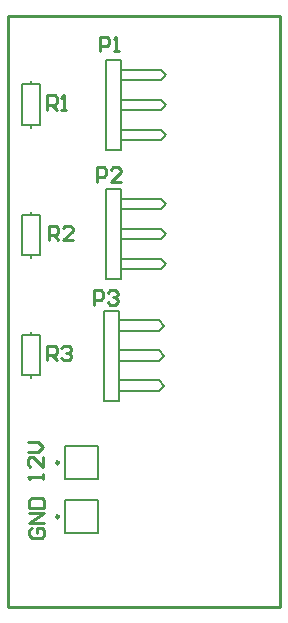
<source format=gto>
G04 Layer_Color=65535*
%FSLAX23Y23*%
%MOIN*%
G70*
G01*
G75*
%ADD12C,0.010*%
%ADD21C,0.010*%
%ADD22C,0.008*%
D12*
X135Y1222D02*
Y1269D01*
X159D01*
X166Y1261D01*
Y1246D01*
X159Y1238D01*
X135D01*
X151D02*
X166Y1222D01*
X214D02*
X182D01*
X214Y1253D01*
Y1261D01*
X206Y1269D01*
X190D01*
X182Y1261D01*
X130Y1657D02*
Y1704D01*
X154D01*
X161Y1696D01*
Y1681D01*
X154Y1673D01*
X130D01*
X146D02*
X161Y1657D01*
X177D02*
X193D01*
X185D01*
Y1704D01*
X177Y1696D01*
X295Y1417D02*
Y1464D01*
X319D01*
X326Y1456D01*
Y1441D01*
X319Y1433D01*
X295D01*
X374Y1417D02*
X342D01*
X374Y1448D01*
Y1456D01*
X366Y1464D01*
X350D01*
X342Y1456D01*
X305Y1852D02*
Y1899D01*
X329D01*
X336Y1891D01*
Y1876D01*
X329Y1868D01*
X305D01*
X352Y1852D02*
X368D01*
X360D01*
Y1899D01*
X352Y1891D01*
X285Y1007D02*
Y1054D01*
X309D01*
X316Y1046D01*
Y1031D01*
X309Y1023D01*
X285D01*
X332Y1046D02*
X340Y1054D01*
X356D01*
X364Y1046D01*
Y1038D01*
X356Y1031D01*
X348D01*
X356D01*
X364Y1023D01*
Y1015D01*
X356Y1007D01*
X340D01*
X332Y1015D01*
X130Y822D02*
Y869D01*
X154D01*
X161Y861D01*
Y846D01*
X154Y838D01*
X130D01*
X146D02*
X161Y822D01*
X177Y861D02*
X185Y869D01*
X201D01*
X209Y861D01*
Y853D01*
X201Y846D01*
X193D01*
X201D01*
X209Y838D01*
Y830D01*
X201Y822D01*
X185D01*
X177Y830D01*
X78Y263D02*
X70Y255D01*
Y238D01*
X78Y230D01*
X112D01*
X120Y238D01*
Y255D01*
X112Y263D01*
X95D01*
Y247D01*
X120Y280D02*
X70D01*
X120Y313D01*
X70D01*
Y330D02*
X120D01*
Y355D01*
X112Y363D01*
X78D01*
X70Y355D01*
Y330D01*
X115Y425D02*
Y442D01*
Y433D01*
X65D01*
X73Y425D01*
X115Y500D02*
Y467D01*
X82Y500D01*
X73D01*
X65Y492D01*
Y475D01*
X73Y467D01*
X65Y517D02*
X98D01*
X115Y533D01*
X98Y550D01*
X65D01*
X0Y1969D02*
X906D01*
Y0D02*
Y1969D01*
X0Y0D02*
X906D01*
X0D02*
Y1969D01*
D21*
X169Y480D02*
G03*
X169Y480I-5J0D01*
G01*
Y300D02*
G03*
X169Y300I-5J0D01*
G01*
D22*
X190Y425D02*
X300D01*
X300Y425D02*
Y535D01*
X190D02*
X300D01*
X190Y425D02*
Y535D01*
Y245D02*
X300D01*
X300Y245D02*
Y355D01*
X190D02*
X300D01*
X190Y245D02*
Y355D01*
X375Y1789D02*
X508D01*
X525Y1772D01*
X508Y1755D02*
X525Y1772D01*
X375Y1755D02*
X508D01*
X375Y1689D02*
X508D01*
X525Y1672D01*
X508Y1655D02*
X525Y1672D01*
X375Y1655D02*
X508D01*
X375Y1589D02*
X508D01*
X525Y1572D01*
X508Y1555D02*
X525Y1572D01*
X375Y1555D02*
X508D01*
X325Y1522D02*
Y1822D01*
Y1522D02*
X375D01*
X325Y1822D02*
X375D01*
Y1522D02*
Y1822D01*
Y1092D02*
Y1392D01*
X325D02*
X375D01*
X325Y1092D02*
X375D01*
X325D02*
Y1392D01*
X375Y1125D02*
X508D01*
X525Y1142D01*
X508Y1159D02*
X525Y1142D01*
X375Y1159D02*
X508D01*
X375Y1225D02*
X508D01*
X525Y1242D01*
X508Y1259D02*
X525Y1242D01*
X375Y1259D02*
X508D01*
X375Y1325D02*
X508D01*
X525Y1342D01*
X508Y1359D02*
X525Y1342D01*
X375Y1359D02*
X508D01*
X370Y687D02*
Y987D01*
X320D02*
X370D01*
X320Y687D02*
X370D01*
X320D02*
Y987D01*
X370Y720D02*
X503D01*
X520Y737D01*
X503Y754D02*
X520Y737D01*
X370Y754D02*
X503D01*
X370Y820D02*
X503D01*
X520Y837D01*
X503Y854D02*
X520Y837D01*
X370Y854D02*
X503D01*
X370Y920D02*
X503D01*
X520Y937D01*
X503Y954D02*
X520Y937D01*
X370Y954D02*
X503D01*
X45Y1742D02*
X75D01*
X45Y1607D02*
Y1742D01*
X105Y1607D02*
Y1742D01*
X75D02*
X105D01*
X75Y1597D02*
Y1606D01*
Y1742D02*
Y1751D01*
X45Y1607D02*
X105D01*
X45Y1172D02*
X105D01*
X75Y1307D02*
Y1316D01*
Y1162D02*
Y1171D01*
Y1307D02*
X105D01*
Y1172D02*
Y1307D01*
X45Y1172D02*
Y1307D01*
X75D01*
X45Y772D02*
X105D01*
X75Y907D02*
Y916D01*
Y762D02*
Y771D01*
Y907D02*
X105D01*
Y772D02*
Y907D01*
X45Y772D02*
Y907D01*
X75D01*
M02*

</source>
